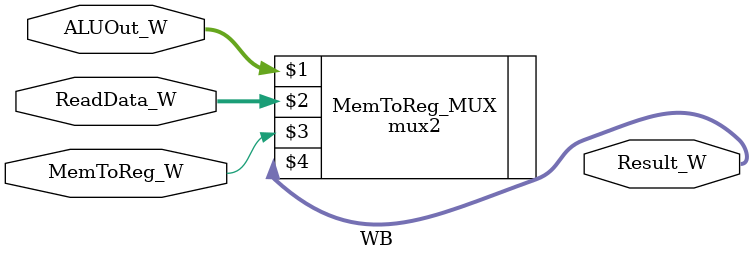
<source format=v>
/* 	Author: Tobias Minn
	MIPS Pipeline Processor

	Write Back Stage (WB)
		
*/
module WB #(parameter WIDTH = 32)(
	input				MemToReg_W,
	input	[WIDTH-1:0]	ReadData_W, ALUOut_W,
	output	[WIDTH-1:0]	Result_W	);

	// instantiate MemToReg MUX
	mux2 #(32) MemToReg_MUX(ALUOut_W, ReadData_W, MemToReg_W, Result_W);

endmodule
</source>
